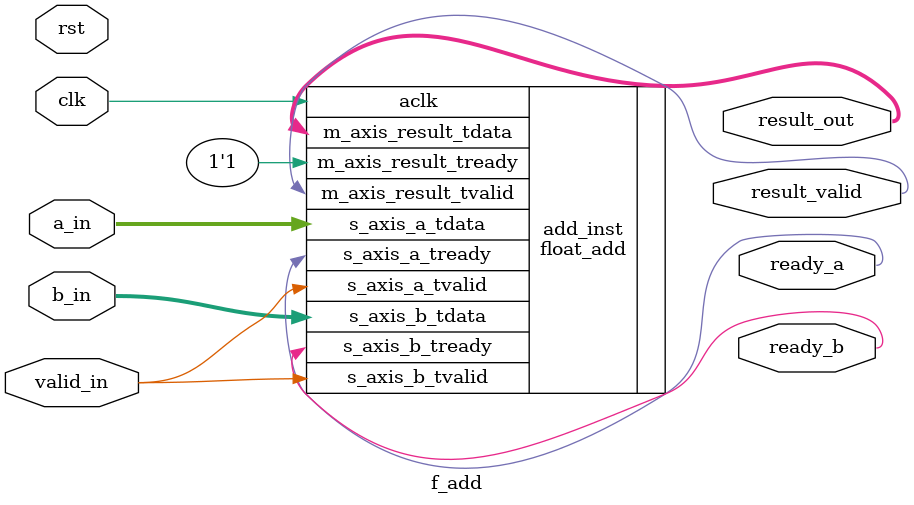
<source format=v>
`timescale 1ns / 1ps


module f_add(
        input wire clk,
        input wire rst,
        input wire [15:0] a_in, // Half-precision IEEE 754 input
        input wire [15:0] b_in,
        input wire valid_in,
        output wire [15:0] result_out,
        output wire result_valid,
        output wire ready_a,
        output wire ready_b
    );
    
    //wire ready_a, ready_b;
    
    //assign result_valid = valid_result;
    
    float_add add_inst (
        .aclk(clk),

        .s_axis_a_tvalid(valid_in),
        .s_axis_a_tready(ready_a),
        .s_axis_a_tdata(a_in),

        .s_axis_b_tvalid(valid_in),
        .s_axis_b_tready(ready_b),
        .s_axis_b_tdata(b_in),

        .m_axis_result_tvalid(result_valid),
        .m_axis_result_tready(1'b1), // Ready to accept result
        .m_axis_result_tdata(result_out)
    );
    
endmodule


</source>
